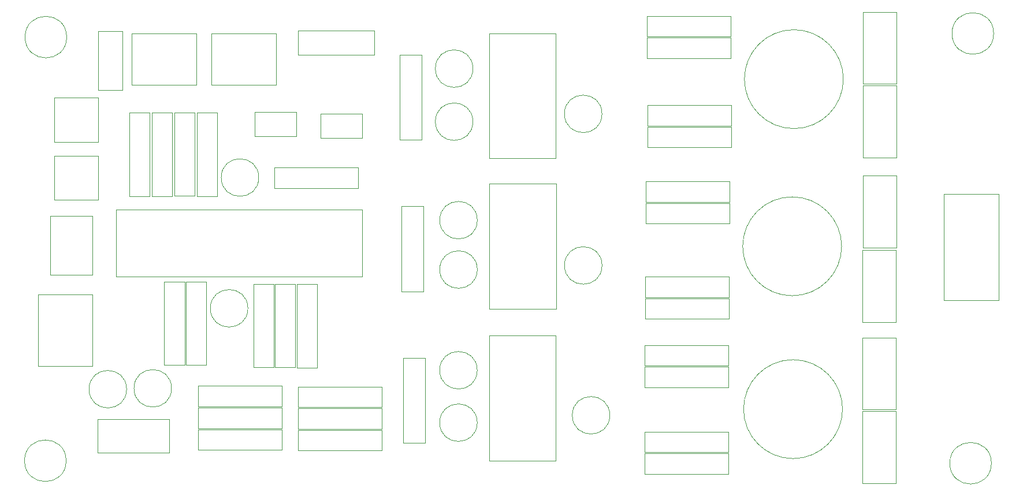
<source format=gbr>
%TF.GenerationSoftware,KiCad,Pcbnew,7.0.1-0*%
%TF.CreationDate,2024-01-23T12:35:29+01:00*%
%TF.ProjectId,BLDC ESC,424c4443-2045-4534-932e-6b696361645f,0.2*%
%TF.SameCoordinates,Original*%
%TF.FileFunction,Other,User*%
%FSLAX46Y46*%
G04 Gerber Fmt 4.6, Leading zero omitted, Abs format (unit mm)*
G04 Created by KiCad (PCBNEW 7.0.1-0) date 2024-01-23 12:35:29*
%MOMM*%
%LPD*%
G01*
G04 APERTURE LIST*
%ADD10C,0.050000*%
G04 APERTURE END LIST*
D10*
%TO.C,C13*%
X107789000Y-109667113D02*
G75*
G03*
X107789000Y-109667113I-2750000J0D01*
G01*
%TO.C,R27*%
X106704000Y-106272113D02*
X109704000Y-106272113D01*
X109704000Y-106272113D02*
X109704000Y-94012113D01*
X106704000Y-94012113D02*
X106704000Y-106272113D01*
X109704000Y-94012113D02*
X106704000Y-94012113D01*
%TO.C,R19*%
X126135000Y-106653113D02*
X129135000Y-106653113D01*
X129135000Y-106653113D02*
X129135000Y-94393113D01*
X126135000Y-94393113D02*
X126135000Y-106653113D01*
X129135000Y-94393113D02*
X126135000Y-94393113D01*
%TO.C,R6*%
X189762000Y-61256113D02*
X189762000Y-58256113D01*
X189762000Y-58256113D02*
X177502000Y-58256113D01*
X177502000Y-61256113D02*
X189762000Y-61256113D01*
X177502000Y-58256113D02*
X177502000Y-61256113D01*
%TO.C,R21*%
X111716000Y-112530562D02*
X111716000Y-115530562D01*
X111716000Y-115530562D02*
X123976000Y-115530562D01*
X123976000Y-112530562D02*
X111716000Y-112530562D01*
X123976000Y-115530562D02*
X123976000Y-112530562D01*
%TO.C,R18*%
X122957221Y-106607664D02*
X125957221Y-106607664D01*
X125957221Y-106607664D02*
X125957221Y-94347664D01*
X122957221Y-94347664D02*
X122957221Y-106607664D01*
X125957221Y-94347664D02*
X122957221Y-94347664D01*
%TO.C,REF\u002A\u002A*%
X228298199Y-57639949D02*
G75*
G03*
X228298199Y-57639949I-3050000J0D01*
G01*
%TO.C,Q2*%
X214027000Y-54506113D02*
X209117000Y-54506113D01*
X209117000Y-54506113D02*
X209117000Y-65006113D01*
X214027000Y-65006113D02*
X214027000Y-54506113D01*
X209117000Y-65006113D02*
X214027000Y-65006113D01*
%TO.C,J5*%
X137553000Y-57194113D02*
X126353000Y-57194113D01*
X126353000Y-57194113D02*
X126353000Y-60794113D01*
X137553000Y-60794113D02*
X137553000Y-57194113D01*
X126353000Y-60794113D02*
X137553000Y-60794113D01*
%TO.C,U3*%
X154338000Y-101955000D02*
X154338000Y-120305000D01*
X154338000Y-120305000D02*
X164138000Y-120305000D01*
X164138000Y-101955000D02*
X154338000Y-101955000D01*
X164138000Y-120305000D02*
X164138000Y-101955000D01*
%TO.C,J4*%
X126128000Y-69132113D02*
X119978000Y-69132113D01*
X119978000Y-69132113D02*
X119978000Y-72732113D01*
X126128000Y-72732113D02*
X126128000Y-69132113D01*
X119978000Y-72732113D02*
X126128000Y-72732113D01*
%TO.C,R1*%
X189462551Y-96310892D02*
X189462551Y-93310892D01*
X189462551Y-93310892D02*
X177202551Y-93310892D01*
X177202551Y-96310892D02*
X189462551Y-96310892D01*
X177202551Y-93310892D02*
X177202551Y-96310892D01*
%TO.C,R10*%
X177329551Y-79338113D02*
X177329551Y-82338113D01*
X177329551Y-82338113D02*
X189589551Y-82338113D01*
X189589551Y-79338113D02*
X177329551Y-79338113D01*
X189589551Y-82338113D02*
X189589551Y-79338113D01*
%TO.C,C5*%
X152610000Y-92252113D02*
G75*
G03*
X152610000Y-92252113I-2750000J0D01*
G01*
%TO.C,R20*%
X111716000Y-109310113D02*
X111716000Y-112310113D01*
X111716000Y-112310113D02*
X123976000Y-112310113D01*
X123976000Y-109310113D02*
X111716000Y-109310113D01*
X123976000Y-112310113D02*
X123976000Y-109310113D01*
%TO.C,C16*%
X206263551Y-64330892D02*
G75*
G03*
X206263551Y-64330892I-7250000J0D01*
G01*
%TO.C,D1*%
X141265000Y-73225113D02*
X144465000Y-73225113D01*
X144465000Y-73225113D02*
X144465000Y-60765113D01*
X141265000Y-60765113D02*
X141265000Y-73225113D01*
X144465000Y-60765113D02*
X141265000Y-60765113D01*
%TO.C,C7*%
X152600000Y-107016113D02*
G75*
G03*
X152600000Y-107016113I-2750000J0D01*
G01*
%TO.C,Q1*%
X209117000Y-75801113D02*
X214027000Y-75801113D01*
X214027000Y-75801113D02*
X214027000Y-65301113D01*
X209117000Y-65301113D02*
X209117000Y-75801113D01*
X214027000Y-65301113D02*
X209117000Y-65301113D01*
%TO.C,R12*%
X177121000Y-103341113D02*
X177121000Y-106341113D01*
X177121000Y-106341113D02*
X189381000Y-106341113D01*
X189381000Y-103341113D02*
X177121000Y-103341113D01*
X189381000Y-106341113D02*
X189381000Y-103341113D01*
%TO.C,C4*%
X151965000Y-70567113D02*
G75*
G03*
X151965000Y-70567113I-2750000J0D01*
G01*
%TO.C,U1*%
X154338000Y-57603113D02*
X154338000Y-75953113D01*
X154338000Y-75953113D02*
X164138000Y-75953113D01*
X164138000Y-57603113D02*
X154338000Y-57603113D01*
X164138000Y-75953113D02*
X164138000Y-57603113D01*
%TO.C,C6*%
X152600000Y-114702226D02*
G75*
G03*
X152600000Y-114702226I-2750000J0D01*
G01*
%TO.C,REF\u002A\u002A*%
X92426250Y-58166000D02*
G75*
G03*
X92426250Y-58166000I-3050000J0D01*
G01*
%TO.C,Q6*%
X213982000Y-102258113D02*
X209072000Y-102258113D01*
X209072000Y-102258113D02*
X209072000Y-112758113D01*
X213982000Y-112758113D02*
X213982000Y-102258113D01*
X209072000Y-112758113D02*
X213982000Y-112758113D01*
%TO.C,R14*%
X126318221Y-115787113D02*
X126318221Y-118787113D01*
X126318221Y-118787113D02*
X138578221Y-118787113D01*
X138578221Y-115787113D02*
X126318221Y-115787113D01*
X138578221Y-118787113D02*
X138578221Y-115787113D01*
%TO.C,C1*%
X170888000Y-69424113D02*
G75*
G03*
X170888000Y-69424113I-2750000J0D01*
G01*
%TO.C,SW2*%
X101920000Y-57657113D02*
X102170000Y-57657113D01*
X101920000Y-57907113D02*
X101920000Y-57657113D01*
X101920000Y-64907113D02*
X101920000Y-57907113D01*
X101920000Y-64907113D02*
X101920000Y-65157113D01*
X101920000Y-65157113D02*
X102170000Y-65157113D01*
X102170000Y-57657113D02*
X111170000Y-57657113D01*
X111170000Y-57657113D02*
X111420000Y-57657113D01*
X111170000Y-65157113D02*
X102170000Y-65157113D01*
X111170000Y-65157113D02*
X111420000Y-65157113D01*
X111420000Y-57657113D02*
X111420000Y-57907113D01*
X111420000Y-57907113D02*
X111420000Y-64907113D01*
X111420000Y-65157113D02*
X111420000Y-64907113D01*
%TO.C,C9*%
X151965000Y-62788113D02*
G75*
G03*
X151965000Y-62788113I-2750000J0D01*
G01*
%TO.C,J2*%
X96202000Y-95908113D02*
X88202000Y-95908113D01*
X96202000Y-95908113D02*
X96202000Y-106408113D01*
X88202000Y-106408113D02*
X88202000Y-95908113D01*
X88202000Y-106408113D02*
X96202000Y-106408113D01*
%TO.C,J3*%
X129630000Y-72986113D02*
X135780000Y-72986113D01*
X135780000Y-72986113D02*
X135780000Y-69386113D01*
X129630000Y-69386113D02*
X129630000Y-72986113D01*
X135780000Y-69386113D02*
X129630000Y-69386113D01*
%TO.C,REF\u002A\u002A*%
X227967049Y-120650049D02*
G75*
G03*
X227967049Y-120650049I-3050000J0D01*
G01*
%TO.C,U2*%
X154348000Y-79664113D02*
X154348000Y-98014113D01*
X154348000Y-98014113D02*
X164148000Y-98014113D01*
X164148000Y-79664113D02*
X154348000Y-79664113D01*
X164148000Y-98014113D02*
X164148000Y-79664113D01*
%TO.C,C3*%
X170898000Y-91649113D02*
G75*
G03*
X170898000Y-91649113I-2750000J0D01*
G01*
%TO.C,R2*%
X189589551Y-85513113D02*
X189589551Y-82513113D01*
X189589551Y-82513113D02*
X177329551Y-82513113D01*
X177329551Y-85513113D02*
X189589551Y-85513113D01*
X177329551Y-82513113D02*
X177329551Y-85513113D01*
%TO.C,R11*%
X177121000Y-119216113D02*
X177121000Y-122216113D01*
X177121000Y-122216113D02*
X189381000Y-122216113D01*
X189381000Y-119216113D02*
X177121000Y-119216113D01*
X189381000Y-122216113D02*
X189381000Y-119216113D01*
%TO.C,C14*%
X206016551Y-88841892D02*
G75*
G03*
X206016551Y-88841892I-7250000J0D01*
G01*
%TO.C,C2*%
X172031000Y-113620113D02*
G75*
G03*
X172031000Y-113620113I-2750000J0D01*
G01*
%TO.C,C10*%
X101209888Y-109794113D02*
G75*
G03*
X101209888Y-109794113I-2750000J0D01*
G01*
%TO.C,Q4*%
X214027000Y-78509113D02*
X209117000Y-78509113D01*
X209117000Y-78509113D02*
X209117000Y-89009113D01*
X214027000Y-89009113D02*
X214027000Y-78509113D01*
X209117000Y-89009113D02*
X214027000Y-89009113D01*
%TO.C,R22*%
X111716000Y-115705562D02*
X111716000Y-118705562D01*
X111716000Y-118705562D02*
X123976000Y-118705562D01*
X123976000Y-115705562D02*
X111716000Y-115705562D01*
X123976000Y-118705562D02*
X123976000Y-115705562D01*
%TO.C,R8*%
X177502000Y-55081113D02*
X177502000Y-58081113D01*
X177502000Y-58081113D02*
X189762000Y-58081113D01*
X189762000Y-55081113D02*
X177502000Y-55081113D01*
X189762000Y-58081113D02*
X189762000Y-55081113D01*
%TO.C,R26*%
X104614000Y-69247113D02*
X101614000Y-69247113D01*
X101614000Y-69247113D02*
X101614000Y-81507113D01*
X104614000Y-81507113D02*
X104614000Y-69247113D01*
X101614000Y-81507113D02*
X104614000Y-81507113D01*
%TO.C,R17*%
X119782221Y-106607664D02*
X122782221Y-106607664D01*
X122782221Y-106607664D02*
X122782221Y-94347664D01*
X119782221Y-94347664D02*
X119782221Y-106607664D01*
X122782221Y-94347664D02*
X119782221Y-94347664D01*
%TO.C,J6*%
X96161000Y-93052113D02*
X96161000Y-84402113D01*
X96161000Y-84402113D02*
X90011000Y-84402113D01*
X90011000Y-93052113D02*
X96161000Y-93052113D01*
X90011000Y-84402113D02*
X90011000Y-93052113D01*
%TO.C,R9*%
X177202551Y-96485892D02*
X177202551Y-99485892D01*
X177202551Y-99485892D02*
X189462551Y-99485892D01*
X189462551Y-96485892D02*
X177202551Y-96485892D01*
X189462551Y-99485892D02*
X189462551Y-96485892D01*
%TO.C,C15*%
X206143551Y-112717892D02*
G75*
G03*
X206143551Y-112717892I-7250000J0D01*
G01*
%TO.C,J7*%
X97006000Y-57270000D02*
X97006000Y-65920000D01*
X97006000Y-65920000D02*
X100606000Y-65920000D01*
X100606000Y-57270000D02*
X97006000Y-57270000D01*
X100606000Y-65920000D02*
X100606000Y-57270000D01*
%TO.C,D5*%
X90618000Y-67047113D02*
X90618000Y-73547113D01*
X90618000Y-73547113D02*
X97068000Y-73547113D01*
X97068000Y-67047113D02*
X90618000Y-67047113D01*
X97068000Y-73547113D02*
X97068000Y-67047113D01*
%TO.C,J1*%
X221034000Y-96766113D02*
X229034000Y-96766113D01*
X221034000Y-96766113D02*
X221034000Y-81166113D01*
X229034000Y-81166113D02*
X229034000Y-96766113D01*
X229034000Y-81166113D02*
X221034000Y-81166113D01*
%TO.C,R3*%
X189381000Y-119041113D02*
X189381000Y-116041113D01*
X189381000Y-116041113D02*
X177121000Y-116041113D01*
X177121000Y-119041113D02*
X189381000Y-119041113D01*
X177121000Y-116041113D02*
X177121000Y-119041113D01*
%TO.C,R13*%
X122892000Y-77306113D02*
X122892000Y-80306113D01*
X122892000Y-80306113D02*
X135152000Y-80306113D01*
X135152000Y-77306113D02*
X122892000Y-77306113D01*
X135152000Y-80306113D02*
X135152000Y-77306113D01*
%TO.C,REF\u002A\u002A*%
X92349100Y-120287100D02*
G75*
G03*
X92349100Y-120287100I-3050000J0D01*
G01*
%TO.C,R24*%
X111199949Y-69201664D02*
X108199949Y-69201664D01*
X108199949Y-69201664D02*
X108199949Y-81461664D01*
X111199949Y-81461664D02*
X111199949Y-69201664D01*
X108199949Y-81461664D02*
X111199949Y-81461664D01*
%TO.C,C11*%
X118987108Y-97937664D02*
G75*
G03*
X118987108Y-97937664I-2750000J0D01*
G01*
%TO.C,Q5*%
X209061000Y-123553113D02*
X213971000Y-123553113D01*
X213971000Y-123553113D02*
X213971000Y-113053113D01*
X209061000Y-113053113D02*
X209061000Y-123553113D01*
X213971000Y-113053113D02*
X209061000Y-113053113D01*
%TO.C,R28*%
X109879000Y-106272113D02*
X112879000Y-106272113D01*
X112879000Y-106272113D02*
X112879000Y-94012113D01*
X109879000Y-94012113D02*
X109879000Y-106272113D01*
X112879000Y-94012113D02*
X109879000Y-94012113D01*
%TO.C,R23*%
X114520000Y-69247113D02*
X111520000Y-69247113D01*
X111520000Y-69247113D02*
X111520000Y-81507113D01*
X114520000Y-81507113D02*
X114520000Y-69247113D01*
X111520000Y-81507113D02*
X114520000Y-81507113D01*
%TO.C,C12*%
X120573221Y-78760664D02*
G75*
G03*
X120573221Y-78760664I-2750000J0D01*
G01*
%TO.C,R25*%
X107916000Y-69247113D02*
X104916000Y-69247113D01*
X104916000Y-69247113D02*
X104916000Y-81507113D01*
X107916000Y-81507113D02*
X107916000Y-69247113D01*
X104916000Y-81507113D02*
X107916000Y-81507113D01*
%TO.C,C8*%
X152610000Y-85013113D02*
G75*
G03*
X152610000Y-85013113I-2750000J0D01*
G01*
%TO.C,R4*%
X189381000Y-109516113D02*
X189381000Y-106516113D01*
X189381000Y-106516113D02*
X177121000Y-106516113D01*
X177121000Y-109516113D02*
X189381000Y-109516113D01*
X177121000Y-106516113D02*
X177121000Y-109516113D01*
%TO.C,U5*%
X96975000Y-114197113D02*
X96975000Y-119107113D01*
X96975000Y-119107113D02*
X107475000Y-119107113D01*
X107475000Y-114197113D02*
X96975000Y-114197113D01*
X107475000Y-119107113D02*
X107475000Y-114197113D01*
%TO.C,R5*%
X189843551Y-71162113D02*
X189843551Y-68162113D01*
X189843551Y-68162113D02*
X177583551Y-68162113D01*
X177583551Y-71162113D02*
X189843551Y-71162113D01*
X177583551Y-68162113D02*
X177583551Y-71162113D01*
%TO.C,R16*%
X126321000Y-109437113D02*
X126321000Y-112437113D01*
X126321000Y-112437113D02*
X138581000Y-112437113D01*
X138581000Y-109437113D02*
X126321000Y-109437113D01*
X138581000Y-112437113D02*
X138581000Y-109437113D01*
%TO.C,U4*%
X135776221Y-83502664D02*
X99676221Y-83502664D01*
X99676221Y-83502664D02*
X99676221Y-93302664D01*
X135776221Y-93302664D02*
X135776221Y-83502664D01*
X99676221Y-93302664D02*
X135776221Y-93302664D01*
%TO.C,SW1*%
X113604000Y-57657113D02*
X113854000Y-57657113D01*
X113604000Y-57907113D02*
X113604000Y-57657113D01*
X113604000Y-64907113D02*
X113604000Y-57907113D01*
X113604000Y-64907113D02*
X113604000Y-65157113D01*
X113604000Y-65157113D02*
X113854000Y-65157113D01*
X113854000Y-57657113D02*
X122854000Y-57657113D01*
X122854000Y-57657113D02*
X123104000Y-57657113D01*
X122854000Y-65157113D02*
X113854000Y-65157113D01*
X122854000Y-65157113D02*
X123104000Y-65157113D01*
X123104000Y-57657113D02*
X123104000Y-57907113D01*
X123104000Y-57907113D02*
X123104000Y-64907113D01*
X123104000Y-65157113D02*
X123104000Y-64907113D01*
%TO.C,D2*%
X141773000Y-117675113D02*
X144973000Y-117675113D01*
X144973000Y-117675113D02*
X144973000Y-105215113D01*
X141773000Y-105215113D02*
X141773000Y-117675113D01*
X144973000Y-105215113D02*
X141773000Y-105215113D01*
%TO.C,D3*%
X141529000Y-95450113D02*
X144729000Y-95450113D01*
X144729000Y-95450113D02*
X144729000Y-82990113D01*
X141529000Y-82990113D02*
X141529000Y-95450113D01*
X144729000Y-82990113D02*
X141529000Y-82990113D01*
%TO.C,R7*%
X177583551Y-71337113D02*
X177583551Y-74337113D01*
X177583551Y-74337113D02*
X189843551Y-74337113D01*
X189843551Y-71337113D02*
X177583551Y-71337113D01*
X189843551Y-74337113D02*
X189843551Y-71337113D01*
%TO.C,R15*%
X126318221Y-112612113D02*
X126318221Y-115612113D01*
X126318221Y-115612113D02*
X138578221Y-115612113D01*
X138578221Y-112612113D02*
X126318221Y-112612113D01*
X138578221Y-115612113D02*
X138578221Y-112612113D01*
%TO.C,D4*%
X90618000Y-75556113D02*
X90618000Y-82056113D01*
X90618000Y-82056113D02*
X97068000Y-82056113D01*
X97068000Y-75556113D02*
X90618000Y-75556113D01*
X97068000Y-82056113D02*
X97068000Y-75556113D01*
%TO.C,Q3*%
X209061000Y-99931113D02*
X213971000Y-99931113D01*
X213971000Y-99931113D02*
X213971000Y-89431113D01*
X209061000Y-89431113D02*
X209061000Y-99931113D01*
X213971000Y-89431113D02*
X209061000Y-89431113D01*
%TD*%
M02*

</source>
